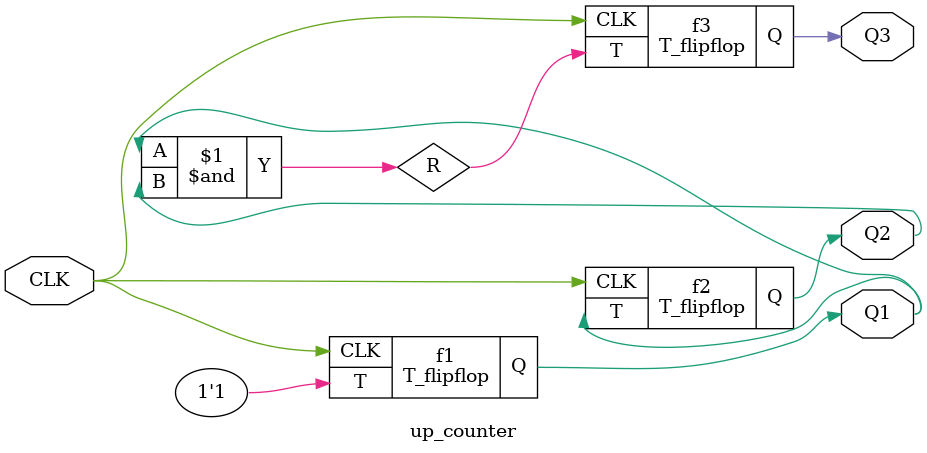
<source format=sv>
module T_flipflop(input T,input CLK, output reg Q );
  initial Q=0;
  always @(negedge CLK) begin
    if(T==0) begin
      Q<=Q;
    end
      else begin
        Q<=~Q;
      end
  end
endmodule


module up_counter(input CLK,output Q1,output Q2, output Q3);
  wire R;
  and(R,Q1,Q2);
  T_flipflop f1(1'b1,CLK,Q1);
  T_flipflop f2(Q1,CLK,Q2);
  T_flipflop f3(R,CLK,Q3);
endmodule
</source>
